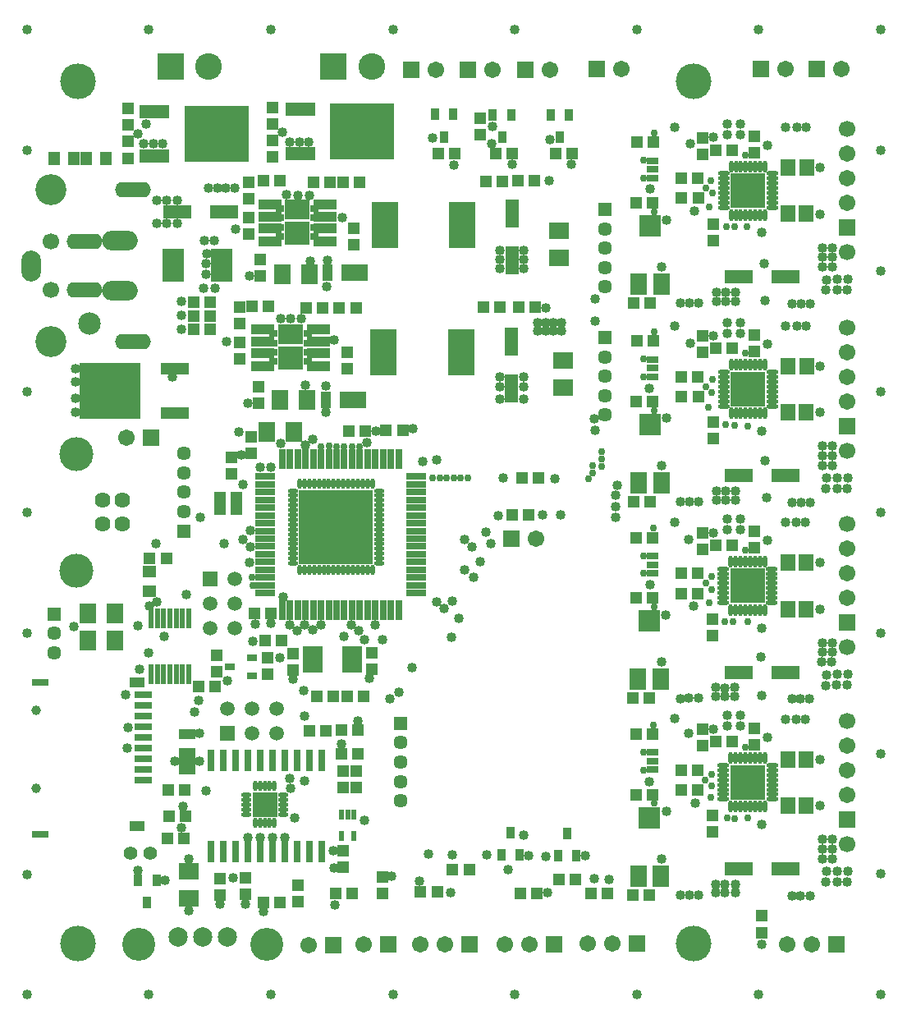
<source format=gbr>
G04 DipTrace 2.4.0.1*
%INTopMask.gbr*%
%MOIN*%
%ADD14C,0.04*%
%ADD25R,0.0551X0.1181*%
%ADD28R,0.1181X0.0551*%
%ADD44R,0.0591X0.0591*%
%ADD46C,0.0591*%
%ADD60R,0.0591X0.0394*%
%ADD61R,0.0709X0.0315*%
%ADD62R,0.061X0.0394*%
%ADD75R,0.05X0.025*%
%ADD90R,0.0413X0.0256*%
%ADD97R,0.0236X0.0787*%
%ADD102C,0.0669*%
%ADD103C,0.1339*%
%ADD104C,0.0394*%
%ADD105C,0.145*%
%ADD114C,0.03*%
%ADD117R,0.0828X0.108*%
%ADD119R,0.0316X0.0867*%
%ADD120R,0.2501X0.2265*%
%ADD122R,0.1163X0.0474*%
%ADD124R,0.1419X0.1419*%
%ADD126O,0.0474X0.0198*%
%ADD128O,0.0198X0.0474*%
%ADD133R,0.0997X0.0812*%
%ADD135R,0.0997X0.0966*%
%ADD137R,0.0336X0.0277*%
%ADD139R,0.0946X0.0395*%
%ADD141R,0.0237X0.0434*%
%ADD143R,0.1045X0.1045*%
%ADD145R,0.2993X0.2993*%
%ADD147O,0.0198X0.0415*%
%ADD149O,0.0415X0.0198*%
%ADD151R,0.0277X0.0789*%
%ADD153R,0.0789X0.0277*%
%ADD155C,0.0552*%
%ADD159R,0.0867X0.0867*%
%ADD161R,0.071X0.0867*%
%ADD163R,0.0592X0.0671*%
%ADD165R,0.1202X0.0572*%
%ADD167R,0.2639X0.2265*%
%ADD169R,0.0336X0.0493*%
%ADD171R,0.1104X0.1852*%
%ADD173C,0.0572*%
%ADD175C,0.0572*%
%ADD177R,0.0572X0.0572*%
%ADD185R,0.0552X0.0474*%
%ADD187R,0.0474X0.0552*%
%ADD189R,0.0867X0.1332*%
%ADD191R,0.071X0.0438*%
%ADD193R,0.071X0.1064*%
%ADD195R,0.0438X0.071*%
%ADD197R,0.1064X0.071*%
%ADD201C,0.0785*%
%ADD203C,0.108*%
%ADD207R,0.108X0.108*%
%ADD209C,0.0671*%
%ADD212R,0.0671X0.0671*%
%ADD216C,0.1379*%
%ADD220C,0.0639*%
%ADD223C,0.0907*%
%ADD227C,0.1261*%
%ADD229O,0.1458X0.0789*%
%ADD232O,0.1458X0.0631*%
%ADD236O,0.0789X0.1261*%
%ADD238R,0.0789X0.071*%
%ADD240R,0.0513X0.0474*%
%ADD244R,0.0474X0.0513*%
%ADD246R,0.071X0.0789*%
%FSLAX44Y44*%
G04*
G70*
G90*
G75*
G01*
%LNTopMask*%
%LPD*%
D14*
X4493Y10413D3*
X5000Y13610D3*
X7420Y9880D3*
X6330Y25480D3*
X19960Y5480D3*
X23460Y5130D3*
X19960Y5480D3*
X17040Y16340D3*
X24325Y19775D3*
Y20225D3*
X17350Y16080D3*
X18830Y17975D3*
X6020Y5050D3*
X6900Y16650D3*
X9460Y17950D3*
X11700Y11720D3*
X11660Y12750D3*
X4430Y12590D3*
X10830Y16570D3*
X17700Y6080D3*
X18200Y17660D3*
X17950Y15680D3*
X8870Y31500D3*
X17610Y4540D3*
X18550Y17350D3*
X17680Y16380D3*
X8525Y26925D3*
X6700Y7200D3*
X6760Y8060D3*
X5360Y14280D3*
X7371Y12359D3*
X23500Y27770D3*
X16475Y22045D3*
X23490Y28660D3*
X23470Y23310D3*
X17050Y22120D3*
X23450Y23790D3*
X24325Y20700D3*
X24395Y21080D3*
X16900Y35190D3*
X19290Y34960D3*
X21650Y35110D3*
X2370Y25820D3*
Y25280D3*
X4930Y15390D3*
X7790Y33160D3*
X30170Y33510D3*
Y33050D3*
X30150Y32580D3*
X29690Y33080D3*
Y33520D3*
X29680Y32610D3*
X29220D3*
X29230Y33050D3*
X29210Y33520D3*
D114*
X28810Y31590D3*
X29150Y31580D3*
X29650D3*
X28130Y32380D3*
X28240Y32940D3*
X28000Y33150D3*
X28180Y33460D3*
X29590Y34500D3*
D14*
X30500Y34890D3*
X28290Y35210D3*
X32630Y33980D3*
X32620Y32100D3*
X30260Y31340D3*
X28410Y28560D3*
Y28920D3*
X29180D3*
X28770Y28560D3*
Y28910D3*
X29180Y28560D3*
X29400Y35330D3*
X28850D3*
X29400Y35760D3*
X28850D3*
X32040Y35620D3*
X31670D3*
X31230D3*
X26730Y35630D3*
D114*
X25893Y32195D3*
X25453Y33555D3*
Y34275D3*
X25873Y35385D3*
D14*
X26380Y31870D3*
X9890Y6790D3*
X10940Y32880D3*
X11410Y32870D3*
X11900Y32850D3*
X13210Y31950D3*
X11930Y30190D3*
X12610Y30210D3*
X12600Y29150D3*
X9440Y29580D3*
X7610Y31010D3*
X8030D3*
X7590Y29100D3*
X8060Y29080D3*
X7700Y29670D3*
Y30080D3*
X7710Y30490D3*
X10770Y35410D3*
X11100Y35020D3*
X11470Y35010D3*
X11860Y35020D3*
X5140Y34950D3*
X5540D3*
X5930D3*
X4910Y35340D3*
X12550Y25110D3*
Y24040D3*
X11720Y25160D3*
X9370Y24410D3*
X9400Y6790D3*
X10730Y27860D3*
X11130D3*
X11540Y27850D3*
X12870Y27000D3*
X19320Y35650D3*
X17750Y34080D3*
X20110Y34110D3*
X33133Y30735D3*
X33123Y30345D3*
X33113Y29945D3*
X32733Y30735D3*
X32723Y30345D3*
X32713Y29945D3*
X32883Y29435D3*
X33753Y29445D3*
X33333D3*
X32863Y29005D3*
X33733Y29015D3*
X33313D3*
X31483Y28445D3*
X32213Y28455D3*
X31843D3*
X26953Y28475D3*
X27683Y28485D3*
X27313D3*
X33133Y22675D3*
X26193Y29955D3*
X33123Y22285D3*
X33113Y21885D3*
X32733Y22675D3*
X32723Y22285D3*
X32713Y21885D3*
X32883Y21375D3*
X33753Y21385D3*
X33333D3*
X30170Y25450D3*
Y24990D3*
X30150Y24520D3*
X29690Y25020D3*
Y25460D3*
X29680Y24550D3*
X29220D3*
X29230Y24990D3*
X29210Y25460D3*
D114*
X28800Y23540D3*
X29140Y23510D3*
X29670Y23500D3*
X28090Y24270D3*
X28220Y24860D3*
X28000Y25090D3*
X28240Y25390D3*
X29590Y26440D3*
D14*
X30500Y26830D3*
X28290Y27150D3*
X32630Y25920D3*
X32620Y24040D3*
X30260Y23280D3*
X28410Y20500D3*
Y20860D3*
X29180D3*
X28770Y20500D3*
Y20850D3*
X29180Y20500D3*
X29400Y27270D3*
X28850D3*
X29400Y27700D3*
X28850D3*
X32040Y27560D3*
X31670D3*
X31230D3*
X26730Y27570D3*
D114*
X25893Y24135D3*
X25453Y25495D3*
Y26215D3*
X25873Y27325D3*
D14*
X26380Y23810D3*
X32863Y20945D3*
X33733Y20955D3*
X33313D3*
X31483Y20385D3*
X32213Y20395D3*
X31843D3*
X26953Y20415D3*
X27683Y20425D3*
X27313D3*
X26193Y21895D3*
X33120Y14695D3*
X33110Y14305D3*
X33100Y13905D3*
X32720Y14695D3*
X32710Y14305D3*
X32700Y13905D3*
X32870Y13395D3*
X33740Y13405D3*
X33320D3*
X30157Y17469D3*
Y17009D3*
X30137Y16539D3*
X29677Y17039D3*
Y17479D3*
X29667Y16569D3*
X29207D3*
X29217Y17009D3*
X29197Y17479D3*
D114*
X28750Y15550D3*
X29100Y15540D3*
X29690Y15550D3*
X28130Y16320D3*
X28220Y16870D3*
X27987Y17109D3*
X28220Y17400D3*
X29577Y18459D3*
D14*
X30487Y18849D3*
X28277Y19169D3*
X32617Y17939D3*
X32607Y16059D3*
X30247Y15299D3*
X28397Y12519D3*
Y12879D3*
X29167D3*
X28757Y12519D3*
Y12869D3*
X29167Y12519D3*
X29387Y19289D3*
X28837D3*
X29387Y19719D3*
X28837D3*
X32027Y19579D3*
X31657D3*
X31217D3*
X26717Y19589D3*
D114*
X25880Y16155D3*
X25440Y17515D3*
Y18235D3*
X25860Y19345D3*
D14*
X26367Y15829D3*
X32850Y12965D3*
X33720Y12975D3*
X33300D3*
X31470Y12405D3*
X32200Y12415D3*
X31830D3*
X26940Y12435D3*
X27670Y12445D3*
X27300D3*
X26180Y13915D3*
X33123Y6715D3*
X33113Y6325D3*
X33103Y5925D3*
X32723Y6715D3*
X32713Y6325D3*
X32703Y5925D3*
X32873Y5415D3*
X33743Y5425D3*
X33323D3*
X30160Y9490D3*
Y9030D3*
X30140Y8560D3*
X29680Y9060D3*
Y9500D3*
X29670Y8590D3*
X29210D3*
X29220Y9030D3*
X29200Y9500D3*
D114*
X28840Y7580D3*
X29160Y7560D3*
X29670Y7580D3*
X28170Y8420D3*
X28225Y8900D3*
X27950Y9125D3*
X28225Y9350D3*
X29590Y10470D3*
D14*
X30490Y10870D3*
X28280Y11190D3*
X32620Y9960D3*
X32610Y8080D3*
X30250Y7320D3*
X28400Y4540D3*
Y4900D3*
X29170D3*
X28760Y4540D3*
Y4890D3*
X29170Y4540D3*
X29390Y11310D3*
X28840D3*
X29390Y11740D3*
X28840D3*
X32030Y11600D3*
X31660D3*
X31220D3*
X26720Y11610D3*
D114*
X25883Y8175D3*
X25443Y9535D3*
Y10255D3*
X25863Y11365D3*
D14*
X26370Y7850D3*
X32853Y4985D3*
X33723Y4995D3*
X33303D3*
X31473Y4425D3*
X32203Y4435D3*
X31833D3*
X26943Y4455D3*
X27673Y4465D3*
X27303D3*
X26183Y5935D3*
X22530Y34130D3*
X19625Y30250D3*
X20575D3*
Y29875D3*
X19625D3*
X20575Y30625D3*
X19625D3*
X21625Y33450D3*
X410Y39590D3*
X8140Y33150D3*
X19100Y6080D3*
X21500Y6025D3*
X10390Y6790D3*
X10880Y6780D3*
X8490Y33150D3*
X11275Y7600D3*
X11130Y8780D3*
X11680Y9090D3*
X11100Y9180D3*
X9825Y8375D3*
X4520Y11260D3*
X8840Y33140D3*
X15510Y12700D3*
X15140Y12410D3*
X14850Y14830D3*
X14560Y15410D3*
X14120Y14820D3*
X13900Y15200D3*
X13600Y15425D3*
X13300Y14970D3*
X11700Y15425D3*
X12350D3*
X12025Y15225D3*
X11230Y13220D3*
X14330Y13260D3*
X8540Y13150D3*
X20600Y25475D3*
Y25075D3*
Y24600D3*
X19625Y25475D3*
Y25075D3*
Y24600D3*
X21500Y28300D3*
X21150Y27675D3*
X21475D3*
X21800D3*
X22125D3*
X21150Y27350D3*
X21475D3*
X21800D3*
X22125D3*
X10310Y21820D3*
X9900D3*
X14575Y23275D3*
X10250Y8375D3*
Y7900D3*
X19050Y19175D3*
X18175Y18900D3*
X18475Y18575D3*
X9850Y7875D3*
X10725Y22775D3*
X11725Y22725D3*
X12025Y22950D3*
X14220Y22830D3*
X16070Y23380D3*
X9025Y23250D3*
X9475Y18600D3*
X9180Y18900D3*
X11390Y15200D3*
X11075Y15425D3*
X5375Y16175D3*
X20775Y6070D3*
X16730Y6130D3*
X15225Y5210D3*
X30260Y2460D3*
X24040Y5080D3*
X21555Y4550D3*
X16340Y5020D3*
X13200Y10590D3*
X12850Y6260D3*
X10030Y3800D3*
X12925Y4060D3*
X19560Y19870D3*
X21350Y19875D3*
X19740Y21390D3*
X9675Y15450D3*
X10325Y15475D3*
X9125Y22325D3*
X21860Y21360D3*
X5700Y16360D3*
X5980Y14970D3*
X5640Y18710D3*
X2325Y15350D3*
X23100Y6050D3*
X6990Y3825D3*
X8255Y4075D3*
X9300Y4100D3*
X7410Y11010D3*
X10675Y14100D3*
X9575Y14750D3*
X9180Y21110D3*
X9475Y19250D3*
X7670Y8700D3*
X6675Y28550D3*
X6700Y27975D3*
Y27425D3*
X6100Y32650D3*
X6075Y31725D3*
X6525D3*
Y32650D3*
X5700D3*
X5675Y31725D3*
X410Y410D3*
X35090Y39590D3*
Y410D3*
X4930Y5460D3*
X6970Y5920D3*
X8790Y5140D3*
X13860Y11520D3*
X12870Y5560D3*
X14110Y7490D3*
X6430Y9880D3*
X12960Y19400D3*
X11910Y20430D3*
X14070Y20460D3*
Y18250D3*
X11870Y18230D3*
X410Y5300D3*
Y15100D3*
Y20000D3*
Y24900D3*
Y34690D3*
X35090D3*
Y29790D3*
Y24900D3*
X5360Y39590D3*
X35090Y20000D3*
Y15100D3*
Y10200D3*
Y5310D3*
X10320Y39590D3*
X15270D3*
X20230D3*
X25180D3*
X30130D3*
X5360Y410D3*
X10320D3*
X15270D3*
X20230D3*
X25180D3*
X30130D3*
X20570Y6890D3*
X7210Y11880D3*
X16040Y13680D3*
X17640Y14920D3*
D114*
X16870Y21400D3*
D14*
X19240Y18710D3*
X22080Y19890D3*
X25700Y9070D3*
X27560Y8180D3*
X27300Y11030D3*
X25710Y17060D3*
X27290Y18900D3*
X30250Y12540D3*
X30210Y14130D3*
X27480Y16180D3*
X30460Y20590D3*
X30390Y22080D3*
X25700Y25020D3*
X27340Y26860D3*
X30350Y30100D3*
X30400Y28600D3*
X25720Y33130D3*
X27360Y34970D3*
X27510Y32210D3*
X5260Y35760D3*
X7460Y19800D3*
X8410Y18730D3*
X2370Y24610D3*
Y24040D3*
D114*
X12350Y22670D3*
X12670Y22680D3*
X12980Y22670D3*
X13290D3*
X13610D3*
X13920Y22660D3*
X9560Y17360D3*
X9600Y17030D3*
X17170Y21400D3*
X17460D3*
X18020D3*
X17740D3*
X18320D3*
X23750Y22450D3*
Y22150D3*
X23740Y21850D3*
X23390Y21880D3*
X23380Y21590D3*
X23220Y21340D3*
D25*
X20100Y26925D3*
Y25035D3*
X20110Y32120D3*
Y30230D3*
D246*
X11250Y23250D3*
X10148D3*
D244*
X8110Y14180D3*
Y13511D3*
D28*
X8410Y32200D3*
X6520D3*
D240*
X7850Y28530D3*
X7181D3*
X13180Y10180D3*
X13849D3*
X7850Y27970D3*
X7181D3*
X10700Y4170D3*
X10031D3*
X13605Y4510D3*
X12936D3*
D246*
X3975Y15875D3*
X2873D3*
D238*
X6995Y5425D3*
Y4323D3*
D240*
X10750Y14775D3*
X10081D3*
X15000Y23310D3*
X15669D3*
X7860Y27420D3*
X7191D3*
D246*
X11892Y29650D3*
X10790D3*
D238*
X22175Y26150D3*
Y25048D3*
D244*
X9805Y24425D3*
Y25095D3*
D240*
X10230Y28340D3*
X9561D3*
D244*
X13415Y26485D3*
Y25815D3*
D246*
X11770Y24570D3*
X10668D3*
D238*
X22030Y31410D3*
Y30308D3*
D244*
X9892Y29600D3*
Y30269D3*
D240*
X10690Y33460D3*
X10021D3*
D244*
X13672Y31520D3*
Y30851D3*
X9300Y5152D3*
Y4483D3*
X8250Y5127D3*
Y4458D3*
X13240Y5580D3*
Y6249D3*
X14425Y14300D3*
Y13631D3*
D246*
X3975Y14800D3*
X2873D3*
D244*
X9525Y22400D3*
Y23069D3*
D240*
X14140Y23290D3*
X13471D3*
D244*
X11225Y14250D3*
Y13581D3*
D240*
X6070Y18110D3*
X5401D3*
D244*
X28270Y31700D3*
Y31031D3*
D240*
X29050Y34700D3*
X28381D3*
D244*
X29960Y35250D3*
Y34581D3*
D240*
X27660Y33550D3*
X26991D3*
D244*
X27850Y35200D3*
Y34531D3*
D28*
X31220Y29540D3*
X29330D3*
D244*
X28270Y23640D3*
Y22971D3*
D240*
X29050Y26640D3*
X28381D3*
D244*
X29960Y27190D3*
Y26521D3*
D240*
X27660Y25490D3*
X26991D3*
D244*
X27850Y27140D3*
Y26471D3*
D28*
X31220Y21480D3*
X29330D3*
D244*
X28257Y15659D3*
Y14990D3*
D240*
X29037Y18659D3*
X28368D3*
D244*
X29947Y19209D3*
Y18540D3*
D240*
X27647Y17509D3*
X26978D3*
D244*
X27837Y19159D3*
Y18490D3*
D28*
X31207Y13499D3*
X29317D3*
D244*
X28260Y7680D3*
Y7011D3*
D240*
X29040Y10680D3*
X28371D3*
D244*
X29950Y11230D3*
Y10561D3*
D240*
X27650Y9530D3*
X26981D3*
D244*
X27840Y11180D3*
Y10511D3*
D28*
X31210Y5520D3*
X29320D3*
D236*
X590Y30000D3*
D232*
X2756Y30984D3*
D229*
X4193Y28976D3*
Y31024D3*
D232*
X2756Y29016D3*
D227*
X1378Y26929D3*
Y33071D3*
D232*
X4724Y26929D3*
Y33071D3*
D223*
X2953Y27638D3*
D102*
X1378Y30984D3*
Y29016D3*
D220*
X4285Y19508D3*
Y20492D3*
X3498D3*
Y19508D3*
D216*
X2431Y22370D3*
Y17630D3*
D212*
X33720Y31550D3*
D209*
Y32550D3*
Y33550D3*
Y34550D3*
D212*
Y23490D3*
D209*
Y24490D3*
Y25490D3*
Y26490D3*
D212*
X33707Y15509D3*
D209*
Y16509D3*
Y17509D3*
Y18509D3*
D212*
X33710Y7530D3*
D209*
Y8530D3*
Y9530D3*
Y10530D3*
D207*
X6240Y38080D3*
D203*
X7800D3*
D207*
X12850D3*
D203*
X14410D3*
D212*
X16010Y37950D3*
D209*
X17010D3*
D212*
X33290Y2450D3*
D209*
X32290D3*
X31290D3*
D212*
X25200Y2480D3*
D209*
X24200D3*
X23200D3*
D212*
X21830Y2450D3*
D209*
X20830D3*
X19830D3*
D212*
X18370D3*
D209*
X17370D3*
X16370D3*
D212*
X15090Y2440D3*
D209*
X14090D3*
D212*
X12860Y2430D3*
D209*
X11860D3*
D201*
X8550Y2750D3*
X7550D3*
X6550D3*
D103*
X10148Y2451D3*
X4952D3*
D212*
X20650Y37970D3*
D209*
X21650D3*
D212*
X18320D3*
D209*
X19320D3*
D212*
X32490Y37990D3*
D209*
X33490D3*
D212*
X30230Y37980D3*
D209*
X31230D3*
D212*
X23560Y37990D3*
D209*
X24560D3*
D240*
X21050Y28325D3*
X20381D3*
D197*
X13722Y29720D3*
D195*
X12611D3*
D197*
X13652Y24562D3*
D195*
X12540D3*
D240*
X21019Y33440D3*
X20350D3*
X11880Y11130D3*
X12549D3*
X12190Y12520D3*
X12859D3*
D193*
X6930Y9890D3*
D191*
Y11002D3*
D189*
X6360Y30030D3*
X8329D3*
D187*
X1522Y34350D3*
X2309D3*
D185*
X5380Y17578D3*
Y16791D3*
D187*
X2822Y34370D3*
X3609D3*
G36*
X4786Y12283D2*
X5474D1*
Y12008D1*
X4786D1*
Y12283D1*
G37*
G36*
Y11850D2*
X5474D1*
Y11575D1*
X4786D1*
Y11850D1*
G37*
G36*
Y11417D2*
X5474D1*
Y11142D1*
X4786D1*
Y11417D1*
G37*
G36*
Y10984D2*
X5474D1*
Y10709D1*
X4786D1*
Y10984D1*
G37*
G36*
Y10551D2*
X5474D1*
Y10276D1*
X4786D1*
Y10551D1*
G37*
G36*
Y10118D2*
X5474D1*
Y9843D1*
X4786D1*
Y10118D1*
G37*
G36*
Y9685D2*
X5474D1*
Y9409D1*
X4786D1*
Y9685D1*
G37*
G36*
Y9252D2*
X5474D1*
Y8976D1*
X4786D1*
Y9252D1*
G37*
G36*
Y12717D2*
X5474D1*
Y12441D1*
X4786D1*
Y12717D1*
G37*
D60*
X4894Y13071D3*
D61*
X957D3*
D62*
X4894Y7244D3*
D61*
X957Y6929D3*
D104*
X799Y11949D3*
Y8799D3*
D177*
X23900Y27090D3*
D173*
Y26303D3*
Y25515D3*
D175*
Y24728D3*
Y23940D3*
D177*
Y32290D3*
D173*
Y31503D3*
Y30715D3*
D175*
Y29928D3*
Y29140D3*
D177*
X1520Y15870D3*
D173*
Y15081D3*
Y14292D3*
D177*
X6775Y19230D3*
D173*
Y20017D3*
Y20805D3*
D175*
Y21592D3*
Y22380D3*
D44*
X7840Y17300D3*
D46*
X8840D3*
X7840Y16300D3*
X8840D3*
X7840Y15300D3*
X8840D3*
D212*
X20075Y18925D3*
D209*
X21075D3*
D44*
X8540Y11010D3*
D46*
Y12010D3*
X9540Y11010D3*
Y12010D3*
X10540Y11010D3*
Y12010D3*
D212*
X5460Y23020D3*
D209*
X4460D3*
D177*
X15580Y11430D3*
D173*
Y10643D3*
Y9855D3*
D175*
Y9068D3*
Y8280D3*
D171*
X14890Y26480D3*
X18040D3*
X14940Y31650D3*
X18090D3*
D169*
X21975Y6050D3*
X22723D3*
X22349Y6956D3*
X19675Y6075D3*
X20423D3*
X20049Y6981D3*
D167*
X14030Y35440D3*
D165*
X11510Y36338D3*
Y34542D3*
D167*
X8110Y35350D3*
D165*
X5590Y36248D3*
Y34452D3*
D169*
X5675Y5050D3*
X4927D3*
X5301Y4144D3*
X17720Y36140D3*
X16972D3*
X17346Y35234D3*
X22420Y36130D3*
X21672D3*
X22046Y35224D3*
X20080Y36110D3*
X19332D3*
X19706Y35204D3*
D240*
X13190Y11150D3*
X13859D3*
D244*
X4510Y35720D3*
Y36389D3*
X10400Y34410D3*
Y35079D3*
D240*
X19440Y34540D3*
X20109D3*
D163*
X31316Y32106D3*
X32064D3*
X31320Y33980D3*
X32068D3*
D240*
X10325Y15900D3*
X9656D3*
X20125Y19875D3*
X20794D3*
D244*
X11420Y4850D3*
Y4181D3*
D240*
X8920Y20110D3*
X8251D3*
D163*
X31316Y24046D3*
X32064D3*
D240*
X17120Y34560D3*
X17789D3*
X6140Y8720D3*
X6809D3*
D163*
X31320Y25920D3*
X32068D3*
X31303Y16065D3*
X32051D3*
X31307Y17939D3*
X32055D3*
X31306Y8086D3*
X32054D3*
X31310Y9960D3*
X32058D3*
D244*
X4510Y34370D3*
Y35039D3*
X30255Y2935D3*
Y3605D3*
D240*
X23990Y4510D3*
X23321D3*
X21124Y4525D3*
X20455D3*
X16400Y4580D3*
X17069D3*
X13100Y28290D3*
X13769D3*
X11740D3*
X12409D3*
D244*
X9050Y28310D3*
Y27641D3*
X9040Y26900D3*
Y26231D3*
D240*
X13260Y33380D3*
X13929D3*
X12040D3*
X12709D3*
D244*
X9430Y33390D3*
Y32721D3*
Y31940D3*
Y31271D3*
D240*
X19625Y28325D3*
X18956D3*
X19709Y33420D3*
X19040D3*
X22025Y5100D3*
X22694D3*
D244*
X10190Y13415D3*
Y14085D3*
D240*
X8040Y12910D3*
X7371D3*
D244*
X10400Y35740D3*
Y36409D3*
D240*
X21870Y34570D3*
X22539D3*
D244*
X13240Y9500D3*
Y8831D3*
X18805Y36000D3*
Y35330D3*
X13780Y9500D3*
Y8831D3*
D240*
X17700Y5480D3*
X18369D3*
X13410Y12530D3*
X14079D3*
X6840Y7640D3*
X6171D3*
X27000Y32740D3*
X27669D3*
X25150Y32550D3*
X25819D3*
X25171Y35010D3*
X25840D3*
X25710Y28480D3*
X25041D3*
D161*
X26170Y29250D3*
D159*
X25707Y31612D3*
D161*
X25245Y29250D3*
D240*
X6790Y6750D3*
X6121D3*
D244*
X14860Y5200D3*
Y4531D3*
D240*
X27000Y24680D3*
X27669D3*
X25150Y24490D3*
X25819D3*
X25171Y26950D3*
X25840D3*
X25710Y20420D3*
X25041D3*
D161*
X26170Y21190D3*
D159*
X25707Y23552D3*
D161*
X25245Y21190D3*
D240*
X8920Y20580D3*
X8251D3*
D244*
X8725Y22225D3*
Y21556D3*
D240*
X26987Y16699D3*
X27657D3*
X25137Y16509D3*
X25807D3*
X25158Y18969D3*
X25827D3*
X25697Y12439D3*
X25028D3*
D161*
X26157Y13209D3*
D159*
X25695Y15572D3*
D161*
X25232Y13209D3*
D240*
X21180Y21390D3*
X20511D3*
X26990Y8720D3*
X27659D3*
X25140Y8530D3*
X25809D3*
X25161Y10990D3*
X25830D3*
X25700Y4460D3*
X25031D3*
D161*
X26160Y5230D3*
D159*
X25697Y7592D3*
D161*
X25235Y5230D3*
D75*
X25830Y34260D3*
Y33910D3*
Y33560D3*
Y26200D3*
Y25850D3*
Y25500D3*
X25817Y18219D3*
Y17869D3*
Y17519D3*
X25820Y10240D3*
Y9890D3*
Y9540D3*
D155*
X4630Y6150D3*
X5420Y6160D3*
D153*
X10070Y21440D3*
Y21125D3*
Y20810D3*
Y20495D3*
Y20180D3*
Y19865D3*
Y19550D3*
Y19235D3*
Y18920D3*
Y18605D3*
Y18290D3*
Y17975D3*
Y17660D3*
Y17346D3*
Y17031D3*
Y16716D3*
D151*
X10779Y16007D3*
X11094D3*
X11409D3*
X11724D3*
X12039D3*
X12353D3*
X12668D3*
X12983D3*
X13298D3*
X13613D3*
X13928D3*
X14243D3*
X14558D3*
X14873D3*
X15188D3*
X15503D3*
D153*
X16212Y16716D3*
Y17031D3*
Y17346D3*
Y17660D3*
Y17975D3*
Y18290D3*
Y18605D3*
Y18920D3*
Y19235D3*
Y19550D3*
Y19865D3*
Y20180D3*
Y20495D3*
Y20810D3*
Y21125D3*
Y21440D3*
D151*
X15503Y22149D3*
X15188D3*
X14873D3*
X14558D3*
X14243D3*
X13928D3*
X13613D3*
X13298D3*
X12983D3*
X12668D3*
X12353D3*
X12039D3*
X11724D3*
X11409D3*
X11094D3*
X10779D3*
D149*
X11210Y20870D3*
Y20673D3*
Y20476D3*
Y20279D3*
Y20083D3*
Y19886D3*
Y19689D3*
Y19492D3*
Y19295D3*
Y19098D3*
Y18901D3*
Y18705D3*
Y18508D3*
Y18311D3*
Y18114D3*
Y17917D3*
D147*
X11486Y17642D3*
X11682D3*
X11879D3*
X12076D3*
X12273D3*
X12470D3*
X12667D3*
X12864D3*
X13060D3*
X13257D3*
X13454D3*
X13651D3*
X13848D3*
X14045D3*
X14241D3*
X14438D3*
D149*
X14714Y17917D3*
Y18114D3*
Y18311D3*
Y18508D3*
Y18705D3*
Y18901D3*
Y19098D3*
Y19295D3*
Y19492D3*
Y19689D3*
Y19886D3*
Y20083D3*
Y20279D3*
Y20476D3*
Y20673D3*
Y20870D3*
D147*
X14438Y21146D3*
X14241D3*
X14045D3*
X13848D3*
X13651D3*
X13454D3*
X13257D3*
X13060D3*
X12864D3*
X12667D3*
X12470D3*
X12273D3*
X12076D3*
X11879D3*
X11682D3*
X11486D3*
D145*
X12962Y19394D3*
D147*
X9675Y7375D3*
X9872D3*
X10069D3*
X10266D3*
X10462D3*
D149*
X10817Y7729D3*
Y7926D3*
Y8123D3*
Y8320D3*
Y8517D3*
D147*
X10462Y8871D3*
X10266D3*
X10069D3*
X9872D3*
X9675D3*
D149*
X9321Y8517D3*
Y8320D3*
Y8123D3*
Y7926D3*
Y7729D3*
D143*
X10069Y8123D3*
D141*
X13700Y7720D3*
X13444D3*
X13188D3*
Y6854D3*
X13700D3*
D139*
X12250Y25930D3*
Y26450D3*
Y26910D3*
Y27430D3*
X9990D3*
Y26910D3*
Y26450D3*
Y25930D3*
D137*
X11819Y26119D3*
Y26493D3*
Y26867D3*
Y27241D3*
X10421D3*
Y26867D3*
Y26493D3*
Y26119D3*
D135*
X11120Y26237D3*
D133*
Y27204D3*
D139*
X12530Y31000D3*
Y31520D3*
Y31980D3*
Y32500D3*
X10270D3*
Y31980D3*
Y31520D3*
Y31000D3*
D137*
X12099Y31189D3*
Y31563D3*
Y31937D3*
Y32311D3*
X10701D3*
Y31937D3*
Y31563D3*
Y31189D3*
D135*
X11400Y31307D3*
D133*
Y32274D3*
D90*
X9550Y13350D3*
Y14098D3*
X8644Y13724D3*
D97*
X5450Y13420D3*
X5706D3*
X5962D3*
X6218D3*
X6474D3*
X6730D3*
X6985D3*
Y15703D3*
X6730D3*
X6474D3*
X6218D3*
X5962D3*
X5706D3*
X5450D3*
D128*
X30383Y34035D3*
X30186D3*
X29990D3*
X29793D3*
X29596D3*
X29399D3*
X29202D3*
X29005D3*
D126*
X28710Y33740D3*
Y33543D3*
Y33346D3*
Y33149D3*
Y32953D3*
Y32756D3*
Y32559D3*
Y32362D3*
D128*
X29005Y32067D3*
X29202D3*
X29399D3*
X29596D3*
X29793D3*
X29990D3*
X30186D3*
X30383D3*
D126*
X30679Y32362D3*
Y32559D3*
Y32756D3*
Y32953D3*
Y33149D3*
Y33346D3*
Y33543D3*
Y33740D3*
D124*
X29694Y33051D3*
D128*
X30383Y25975D3*
X30186D3*
X29990D3*
X29793D3*
X29596D3*
X29399D3*
X29202D3*
X29005D3*
D126*
X28710Y25680D3*
Y25483D3*
Y25286D3*
Y25089D3*
Y24893D3*
Y24696D3*
Y24499D3*
Y24302D3*
D128*
X29005Y24007D3*
X29202D3*
X29399D3*
X29596D3*
X29793D3*
X29990D3*
X30186D3*
X30383D3*
D126*
X30679Y24302D3*
Y24499D3*
Y24696D3*
Y24893D3*
Y25089D3*
Y25286D3*
Y25483D3*
Y25680D3*
D124*
X29694Y24991D3*
D128*
X30370Y17995D3*
X30174D3*
X29977D3*
X29780D3*
X29583D3*
X29386D3*
X29189D3*
X28993D3*
D126*
X28697Y17699D3*
Y17502D3*
Y17306D3*
Y17109D3*
Y16912D3*
Y16715D3*
Y16518D3*
Y16321D3*
D128*
X28993Y16026D3*
X29189D3*
X29386D3*
X29583D3*
X29780D3*
X29977D3*
X30174D3*
X30370D3*
D126*
X30666Y16321D3*
Y16518D3*
Y16715D3*
Y16912D3*
Y17109D3*
Y17306D3*
Y17502D3*
Y17699D3*
D124*
X29681Y17010D3*
D128*
X30373Y10015D3*
X30176D3*
X29980D3*
X29783D3*
X29586D3*
X29389D3*
X29192D3*
X28995D3*
D126*
X28700Y9720D3*
Y9523D3*
Y9326D3*
Y9129D3*
Y8933D3*
Y8736D3*
Y8539D3*
Y8342D3*
D128*
X28995Y8047D3*
X29192D3*
X29389D3*
X29586D3*
X29783D3*
X29980D3*
X30176D3*
X30373D3*
D126*
X30669Y8342D3*
Y8539D3*
Y8736D3*
Y8933D3*
Y9129D3*
Y9326D3*
Y9523D3*
Y9720D3*
D124*
X29684Y9031D3*
D122*
X6430Y24030D3*
Y25825D3*
D120*
X3792Y24928D3*
D119*
X7890Y6210D3*
X8390D3*
X8890D3*
X9390D3*
X9890D3*
X10390D3*
X10890D3*
X11390D3*
X11890D3*
X12390D3*
Y9911D3*
X11890D3*
X11390D3*
X10890D3*
X10390D3*
X9890D3*
X9390D3*
X8890D3*
X8390D3*
X7890D3*
D117*
X13625Y14025D3*
X12011D3*
D105*
X2500Y2500D3*
X27500D3*
Y37500D3*
X2500D3*
D102*
X33723Y30545D3*
Y35555D3*
Y22485D3*
Y27495D3*
X33710Y14505D3*
Y19515D3*
X33713Y6525D3*
Y11535D3*
M02*

</source>
